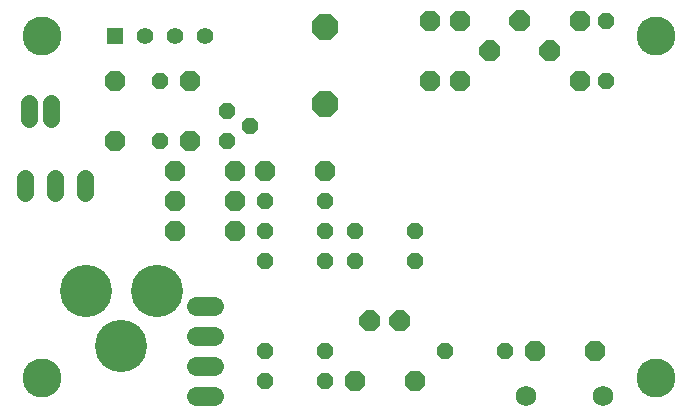
<source format=gbs>
G75*
%MOIN*%
%OFA0B0*%
%FSLAX25Y25*%
%IPPOS*%
%LPD*%
%AMOC8*
5,1,8,0,0,1.08239X$1,22.5*
%
%ADD10OC8,0.06700*%
%ADD11OC8,0.07000*%
%ADD12OC8,0.05600*%
%ADD13OC8,0.08900*%
%ADD14R,0.05550X0.05550*%
%ADD15C,0.05550*%
%ADD16C,0.05550*%
%ADD17C,0.12998*%
%ADD18C,0.05600*%
%ADD19C,0.06896*%
%ADD20C,0.17400*%
%ADD21C,0.06400*%
D10*
X0103866Y0099156D03*
X0103866Y0109156D03*
X0103866Y0119156D03*
X0108866Y0129156D03*
X0123866Y0119156D03*
X0133866Y0119156D03*
X0123866Y0109156D03*
X0123866Y0099156D03*
X0153866Y0119156D03*
X0188866Y0149156D03*
X0198866Y0149156D03*
X0198866Y0169156D03*
X0188866Y0169156D03*
X0238866Y0169156D03*
X0238866Y0149156D03*
X0108866Y0149156D03*
X0083866Y0149156D03*
X0083866Y0129156D03*
X0163866Y0049156D03*
X0183866Y0049156D03*
X0223866Y0059156D03*
X0243866Y0059156D03*
D11*
X0178866Y0069156D03*
X0168866Y0069156D03*
X0208866Y0159156D03*
X0218866Y0169156D03*
X0228866Y0159156D03*
D12*
X0247616Y0149156D03*
X0247616Y0169156D03*
X0153866Y0109156D03*
X0153866Y0099156D03*
X0163866Y0099156D03*
X0163866Y0089156D03*
X0153866Y0089156D03*
X0133866Y0089156D03*
X0133866Y0099156D03*
X0133866Y0109156D03*
X0121366Y0129156D03*
X0128866Y0134156D03*
X0121366Y0139156D03*
X0098866Y0129156D03*
X0098866Y0149156D03*
X0183866Y0099156D03*
X0183866Y0089156D03*
X0193866Y0059156D03*
X0213866Y0059156D03*
X0153866Y0059156D03*
X0153866Y0049156D03*
X0133866Y0049156D03*
X0133866Y0059156D03*
D13*
X0153866Y0141356D03*
X0153866Y0166956D03*
D14*
X0083866Y0164156D03*
D15*
X0093866Y0164156D03*
X0103866Y0164156D03*
X0113866Y0164156D03*
D16*
X0073866Y0116731D02*
X0073866Y0111581D01*
X0063866Y0111581D02*
X0063866Y0116731D01*
X0053866Y0116731D02*
X0053866Y0111581D01*
D17*
X0059614Y0049904D03*
X0059614Y0164077D03*
X0264339Y0164077D03*
X0264339Y0049904D03*
D18*
X0062616Y0136556D02*
X0062616Y0141756D01*
X0055116Y0141756D02*
X0055116Y0136556D01*
D19*
X0221071Y0044156D03*
X0246661Y0044156D03*
D20*
X0097803Y0079156D03*
X0074181Y0079156D03*
X0085992Y0060652D03*
D21*
X0110866Y0064156D02*
X0116866Y0064156D01*
X0116866Y0054156D02*
X0110866Y0054156D01*
X0110866Y0044156D02*
X0116866Y0044156D01*
X0116866Y0074156D02*
X0110866Y0074156D01*
M02*

</source>
